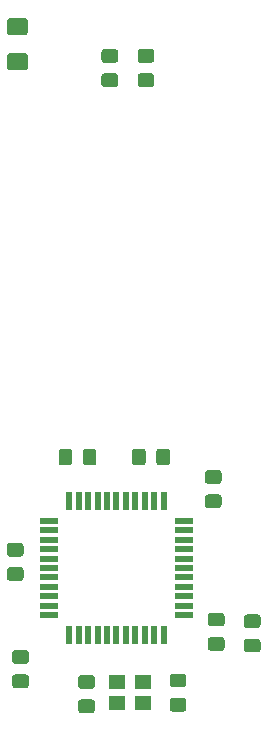
<source format=gbr>
G04 #@! TF.GenerationSoftware,KiCad,Pcbnew,5.1.5*
G04 #@! TF.CreationDate,2020-02-23T20:52:15-06:00*
G04 #@! TF.ProjectId,m'ergo,6d276572-676f-42e6-9b69-6361645f7063,rev?*
G04 #@! TF.SameCoordinates,Original*
G04 #@! TF.FileFunction,Paste,Top*
G04 #@! TF.FilePolarity,Positive*
%FSLAX46Y46*%
G04 Gerber Fmt 4.6, Leading zero omitted, Abs format (unit mm)*
G04 Created by KiCad (PCBNEW 5.1.5) date 2020-02-23 20:52:15*
%MOMM*%
%LPD*%
G04 APERTURE LIST*
%ADD10R,0.550000X1.500000*%
%ADD11R,1.500000X0.550000*%
%ADD12R,1.400000X1.200000*%
%ADD13C,0.100000*%
G04 APERTURE END LIST*
D10*
X135573000Y-84025500D03*
X136373000Y-84025500D03*
X137173000Y-84025500D03*
X137973000Y-84025500D03*
X138773000Y-84025500D03*
X139573000Y-84025500D03*
X140373000Y-84025500D03*
X141173000Y-84025500D03*
X141973000Y-84025500D03*
X142773000Y-84025500D03*
X143573000Y-84025500D03*
D11*
X145273000Y-85725500D03*
X145273000Y-86525500D03*
X145273000Y-87325500D03*
X145273000Y-88125500D03*
X145273000Y-88925500D03*
X145273000Y-89725500D03*
X145273000Y-90525500D03*
X145273000Y-91325500D03*
X145273000Y-92125500D03*
X145273000Y-92925500D03*
X145273000Y-93725500D03*
D10*
X143573000Y-95425500D03*
X142773000Y-95425500D03*
X141973000Y-95425500D03*
X141173000Y-95425500D03*
X140373000Y-95425500D03*
X139573000Y-95425500D03*
X138773000Y-95425500D03*
X137973000Y-95425500D03*
X137173000Y-95425500D03*
X136373000Y-95425500D03*
X135573000Y-95425500D03*
D11*
X133873000Y-93725500D03*
X133873000Y-92925500D03*
X133873000Y-92125500D03*
X133873000Y-91325500D03*
X133873000Y-90525500D03*
X133873000Y-89725500D03*
X133873000Y-88925500D03*
X133873000Y-88125500D03*
X133873000Y-87325500D03*
X133873000Y-86525500D03*
X133873000Y-85725500D03*
D12*
X141816000Y-101116500D03*
X139616000Y-101116500D03*
X139616000Y-99416500D03*
X141816000Y-99416500D03*
D13*
G36*
X148239005Y-83500204D02*
G01*
X148263273Y-83503804D01*
X148287072Y-83509765D01*
X148310171Y-83518030D01*
X148332350Y-83528520D01*
X148353393Y-83541132D01*
X148373099Y-83555747D01*
X148391277Y-83572223D01*
X148407753Y-83590401D01*
X148422368Y-83610107D01*
X148434980Y-83631150D01*
X148445470Y-83653329D01*
X148453735Y-83676428D01*
X148459696Y-83700227D01*
X148463296Y-83724495D01*
X148464500Y-83748999D01*
X148464500Y-84399001D01*
X148463296Y-84423505D01*
X148459696Y-84447773D01*
X148453735Y-84471572D01*
X148445470Y-84494671D01*
X148434980Y-84516850D01*
X148422368Y-84537893D01*
X148407753Y-84557599D01*
X148391277Y-84575777D01*
X148373099Y-84592253D01*
X148353393Y-84606868D01*
X148332350Y-84619480D01*
X148310171Y-84629970D01*
X148287072Y-84638235D01*
X148263273Y-84644196D01*
X148239005Y-84647796D01*
X148214501Y-84649000D01*
X147314499Y-84649000D01*
X147289995Y-84647796D01*
X147265727Y-84644196D01*
X147241928Y-84638235D01*
X147218829Y-84629970D01*
X147196650Y-84619480D01*
X147175607Y-84606868D01*
X147155901Y-84592253D01*
X147137723Y-84575777D01*
X147121247Y-84557599D01*
X147106632Y-84537893D01*
X147094020Y-84516850D01*
X147083530Y-84494671D01*
X147075265Y-84471572D01*
X147069304Y-84447773D01*
X147065704Y-84423505D01*
X147064500Y-84399001D01*
X147064500Y-83748999D01*
X147065704Y-83724495D01*
X147069304Y-83700227D01*
X147075265Y-83676428D01*
X147083530Y-83653329D01*
X147094020Y-83631150D01*
X147106632Y-83610107D01*
X147121247Y-83590401D01*
X147137723Y-83572223D01*
X147155901Y-83555747D01*
X147175607Y-83541132D01*
X147196650Y-83528520D01*
X147218829Y-83518030D01*
X147241928Y-83509765D01*
X147265727Y-83503804D01*
X147289995Y-83500204D01*
X147314499Y-83499000D01*
X148214501Y-83499000D01*
X148239005Y-83500204D01*
G37*
G36*
X148239005Y-81450204D02*
G01*
X148263273Y-81453804D01*
X148287072Y-81459765D01*
X148310171Y-81468030D01*
X148332350Y-81478520D01*
X148353393Y-81491132D01*
X148373099Y-81505747D01*
X148391277Y-81522223D01*
X148407753Y-81540401D01*
X148422368Y-81560107D01*
X148434980Y-81581150D01*
X148445470Y-81603329D01*
X148453735Y-81626428D01*
X148459696Y-81650227D01*
X148463296Y-81674495D01*
X148464500Y-81698999D01*
X148464500Y-82349001D01*
X148463296Y-82373505D01*
X148459696Y-82397773D01*
X148453735Y-82421572D01*
X148445470Y-82444671D01*
X148434980Y-82466850D01*
X148422368Y-82487893D01*
X148407753Y-82507599D01*
X148391277Y-82525777D01*
X148373099Y-82542253D01*
X148353393Y-82556868D01*
X148332350Y-82569480D01*
X148310171Y-82579970D01*
X148287072Y-82588235D01*
X148263273Y-82594196D01*
X148239005Y-82597796D01*
X148214501Y-82599000D01*
X147314499Y-82599000D01*
X147289995Y-82597796D01*
X147265727Y-82594196D01*
X147241928Y-82588235D01*
X147218829Y-82579970D01*
X147196650Y-82569480D01*
X147175607Y-82556868D01*
X147155901Y-82542253D01*
X147137723Y-82525777D01*
X147121247Y-82507599D01*
X147106632Y-82487893D01*
X147094020Y-82466850D01*
X147083530Y-82444671D01*
X147075265Y-82421572D01*
X147069304Y-82397773D01*
X147065704Y-82373505D01*
X147064500Y-82349001D01*
X147064500Y-81698999D01*
X147065704Y-81674495D01*
X147069304Y-81650227D01*
X147075265Y-81626428D01*
X147083530Y-81603329D01*
X147094020Y-81581150D01*
X147106632Y-81560107D01*
X147121247Y-81540401D01*
X147137723Y-81522223D01*
X147155901Y-81505747D01*
X147175607Y-81491132D01*
X147196650Y-81478520D01*
X147218829Y-81468030D01*
X147241928Y-81459765D01*
X147265727Y-81453804D01*
X147289995Y-81450204D01*
X147314499Y-81449000D01*
X148214501Y-81449000D01*
X148239005Y-81450204D01*
G37*
G36*
X131919505Y-96690204D02*
G01*
X131943773Y-96693804D01*
X131967572Y-96699765D01*
X131990671Y-96708030D01*
X132012850Y-96718520D01*
X132033893Y-96731132D01*
X132053599Y-96745747D01*
X132071777Y-96762223D01*
X132088253Y-96780401D01*
X132102868Y-96800107D01*
X132115480Y-96821150D01*
X132125970Y-96843329D01*
X132134235Y-96866428D01*
X132140196Y-96890227D01*
X132143796Y-96914495D01*
X132145000Y-96938999D01*
X132145000Y-97589001D01*
X132143796Y-97613505D01*
X132140196Y-97637773D01*
X132134235Y-97661572D01*
X132125970Y-97684671D01*
X132115480Y-97706850D01*
X132102868Y-97727893D01*
X132088253Y-97747599D01*
X132071777Y-97765777D01*
X132053599Y-97782253D01*
X132033893Y-97796868D01*
X132012850Y-97809480D01*
X131990671Y-97819970D01*
X131967572Y-97828235D01*
X131943773Y-97834196D01*
X131919505Y-97837796D01*
X131895001Y-97839000D01*
X130994999Y-97839000D01*
X130970495Y-97837796D01*
X130946227Y-97834196D01*
X130922428Y-97828235D01*
X130899329Y-97819970D01*
X130877150Y-97809480D01*
X130856107Y-97796868D01*
X130836401Y-97782253D01*
X130818223Y-97765777D01*
X130801747Y-97747599D01*
X130787132Y-97727893D01*
X130774520Y-97706850D01*
X130764030Y-97684671D01*
X130755765Y-97661572D01*
X130749804Y-97637773D01*
X130746204Y-97613505D01*
X130745000Y-97589001D01*
X130745000Y-96938999D01*
X130746204Y-96914495D01*
X130749804Y-96890227D01*
X130755765Y-96866428D01*
X130764030Y-96843329D01*
X130774520Y-96821150D01*
X130787132Y-96800107D01*
X130801747Y-96780401D01*
X130818223Y-96762223D01*
X130836401Y-96745747D01*
X130856107Y-96731132D01*
X130877150Y-96718520D01*
X130899329Y-96708030D01*
X130922428Y-96699765D01*
X130946227Y-96693804D01*
X130970495Y-96690204D01*
X130994999Y-96689000D01*
X131895001Y-96689000D01*
X131919505Y-96690204D01*
G37*
G36*
X131919505Y-98740204D02*
G01*
X131943773Y-98743804D01*
X131967572Y-98749765D01*
X131990671Y-98758030D01*
X132012850Y-98768520D01*
X132033893Y-98781132D01*
X132053599Y-98795747D01*
X132071777Y-98812223D01*
X132088253Y-98830401D01*
X132102868Y-98850107D01*
X132115480Y-98871150D01*
X132125970Y-98893329D01*
X132134235Y-98916428D01*
X132140196Y-98940227D01*
X132143796Y-98964495D01*
X132145000Y-98988999D01*
X132145000Y-99639001D01*
X132143796Y-99663505D01*
X132140196Y-99687773D01*
X132134235Y-99711572D01*
X132125970Y-99734671D01*
X132115480Y-99756850D01*
X132102868Y-99777893D01*
X132088253Y-99797599D01*
X132071777Y-99815777D01*
X132053599Y-99832253D01*
X132033893Y-99846868D01*
X132012850Y-99859480D01*
X131990671Y-99869970D01*
X131967572Y-99878235D01*
X131943773Y-99884196D01*
X131919505Y-99887796D01*
X131895001Y-99889000D01*
X130994999Y-99889000D01*
X130970495Y-99887796D01*
X130946227Y-99884196D01*
X130922428Y-99878235D01*
X130899329Y-99869970D01*
X130877150Y-99859480D01*
X130856107Y-99846868D01*
X130836401Y-99832253D01*
X130818223Y-99815777D01*
X130801747Y-99797599D01*
X130787132Y-99777893D01*
X130774520Y-99756850D01*
X130764030Y-99734671D01*
X130755765Y-99711572D01*
X130749804Y-99687773D01*
X130746204Y-99663505D01*
X130745000Y-99639001D01*
X130745000Y-98988999D01*
X130746204Y-98964495D01*
X130749804Y-98940227D01*
X130755765Y-98916428D01*
X130764030Y-98893329D01*
X130774520Y-98871150D01*
X130787132Y-98850107D01*
X130801747Y-98830401D01*
X130818223Y-98812223D01*
X130836401Y-98795747D01*
X130856107Y-98781132D01*
X130877150Y-98768520D01*
X130899329Y-98758030D01*
X130922428Y-98749765D01*
X130946227Y-98743804D01*
X130970495Y-98740204D01*
X130994999Y-98739000D01*
X131895001Y-98739000D01*
X131919505Y-98740204D01*
G37*
G36*
X142531505Y-45793704D02*
G01*
X142555773Y-45797304D01*
X142579572Y-45803265D01*
X142602671Y-45811530D01*
X142624850Y-45822020D01*
X142645893Y-45834632D01*
X142665599Y-45849247D01*
X142683777Y-45865723D01*
X142700253Y-45883901D01*
X142714868Y-45903607D01*
X142727480Y-45924650D01*
X142737970Y-45946829D01*
X142746235Y-45969928D01*
X142752196Y-45993727D01*
X142755796Y-46017995D01*
X142757000Y-46042499D01*
X142757000Y-46692501D01*
X142755796Y-46717005D01*
X142752196Y-46741273D01*
X142746235Y-46765072D01*
X142737970Y-46788171D01*
X142727480Y-46810350D01*
X142714868Y-46831393D01*
X142700253Y-46851099D01*
X142683777Y-46869277D01*
X142665599Y-46885753D01*
X142645893Y-46900368D01*
X142624850Y-46912980D01*
X142602671Y-46923470D01*
X142579572Y-46931735D01*
X142555773Y-46937696D01*
X142531505Y-46941296D01*
X142507001Y-46942500D01*
X141606999Y-46942500D01*
X141582495Y-46941296D01*
X141558227Y-46937696D01*
X141534428Y-46931735D01*
X141511329Y-46923470D01*
X141489150Y-46912980D01*
X141468107Y-46900368D01*
X141448401Y-46885753D01*
X141430223Y-46869277D01*
X141413747Y-46851099D01*
X141399132Y-46831393D01*
X141386520Y-46810350D01*
X141376030Y-46788171D01*
X141367765Y-46765072D01*
X141361804Y-46741273D01*
X141358204Y-46717005D01*
X141357000Y-46692501D01*
X141357000Y-46042499D01*
X141358204Y-46017995D01*
X141361804Y-45993727D01*
X141367765Y-45969928D01*
X141376030Y-45946829D01*
X141386520Y-45924650D01*
X141399132Y-45903607D01*
X141413747Y-45883901D01*
X141430223Y-45865723D01*
X141448401Y-45849247D01*
X141468107Y-45834632D01*
X141489150Y-45822020D01*
X141511329Y-45811530D01*
X141534428Y-45803265D01*
X141558227Y-45797304D01*
X141582495Y-45793704D01*
X141606999Y-45792500D01*
X142507001Y-45792500D01*
X142531505Y-45793704D01*
G37*
G36*
X142531505Y-47843704D02*
G01*
X142555773Y-47847304D01*
X142579572Y-47853265D01*
X142602671Y-47861530D01*
X142624850Y-47872020D01*
X142645893Y-47884632D01*
X142665599Y-47899247D01*
X142683777Y-47915723D01*
X142700253Y-47933901D01*
X142714868Y-47953607D01*
X142727480Y-47974650D01*
X142737970Y-47996829D01*
X142746235Y-48019928D01*
X142752196Y-48043727D01*
X142755796Y-48067995D01*
X142757000Y-48092499D01*
X142757000Y-48742501D01*
X142755796Y-48767005D01*
X142752196Y-48791273D01*
X142746235Y-48815072D01*
X142737970Y-48838171D01*
X142727480Y-48860350D01*
X142714868Y-48881393D01*
X142700253Y-48901099D01*
X142683777Y-48919277D01*
X142665599Y-48935753D01*
X142645893Y-48950368D01*
X142624850Y-48962980D01*
X142602671Y-48973470D01*
X142579572Y-48981735D01*
X142555773Y-48987696D01*
X142531505Y-48991296D01*
X142507001Y-48992500D01*
X141606999Y-48992500D01*
X141582495Y-48991296D01*
X141558227Y-48987696D01*
X141534428Y-48981735D01*
X141511329Y-48973470D01*
X141489150Y-48962980D01*
X141468107Y-48950368D01*
X141448401Y-48935753D01*
X141430223Y-48919277D01*
X141413747Y-48901099D01*
X141399132Y-48881393D01*
X141386520Y-48860350D01*
X141376030Y-48838171D01*
X141367765Y-48815072D01*
X141361804Y-48791273D01*
X141358204Y-48767005D01*
X141357000Y-48742501D01*
X141357000Y-48092499D01*
X141358204Y-48067995D01*
X141361804Y-48043727D01*
X141367765Y-48019928D01*
X141376030Y-47996829D01*
X141386520Y-47974650D01*
X141399132Y-47953607D01*
X141413747Y-47933901D01*
X141430223Y-47915723D01*
X141448401Y-47899247D01*
X141468107Y-47884632D01*
X141489150Y-47872020D01*
X141511329Y-47861530D01*
X141534428Y-47853265D01*
X141558227Y-47847304D01*
X141582495Y-47843704D01*
X141606999Y-47842500D01*
X142507001Y-47842500D01*
X142531505Y-47843704D01*
G37*
G36*
X139476505Y-45793704D02*
G01*
X139500773Y-45797304D01*
X139524572Y-45803265D01*
X139547671Y-45811530D01*
X139569850Y-45822020D01*
X139590893Y-45834632D01*
X139610599Y-45849247D01*
X139628777Y-45865723D01*
X139645253Y-45883901D01*
X139659868Y-45903607D01*
X139672480Y-45924650D01*
X139682970Y-45946829D01*
X139691235Y-45969928D01*
X139697196Y-45993727D01*
X139700796Y-46017995D01*
X139702000Y-46042499D01*
X139702000Y-46692501D01*
X139700796Y-46717005D01*
X139697196Y-46741273D01*
X139691235Y-46765072D01*
X139682970Y-46788171D01*
X139672480Y-46810350D01*
X139659868Y-46831393D01*
X139645253Y-46851099D01*
X139628777Y-46869277D01*
X139610599Y-46885753D01*
X139590893Y-46900368D01*
X139569850Y-46912980D01*
X139547671Y-46923470D01*
X139524572Y-46931735D01*
X139500773Y-46937696D01*
X139476505Y-46941296D01*
X139452001Y-46942500D01*
X138551999Y-46942500D01*
X138527495Y-46941296D01*
X138503227Y-46937696D01*
X138479428Y-46931735D01*
X138456329Y-46923470D01*
X138434150Y-46912980D01*
X138413107Y-46900368D01*
X138393401Y-46885753D01*
X138375223Y-46869277D01*
X138358747Y-46851099D01*
X138344132Y-46831393D01*
X138331520Y-46810350D01*
X138321030Y-46788171D01*
X138312765Y-46765072D01*
X138306804Y-46741273D01*
X138303204Y-46717005D01*
X138302000Y-46692501D01*
X138302000Y-46042499D01*
X138303204Y-46017995D01*
X138306804Y-45993727D01*
X138312765Y-45969928D01*
X138321030Y-45946829D01*
X138331520Y-45924650D01*
X138344132Y-45903607D01*
X138358747Y-45883901D01*
X138375223Y-45865723D01*
X138393401Y-45849247D01*
X138413107Y-45834632D01*
X138434150Y-45822020D01*
X138456329Y-45811530D01*
X138479428Y-45803265D01*
X138503227Y-45797304D01*
X138527495Y-45793704D01*
X138551999Y-45792500D01*
X139452001Y-45792500D01*
X139476505Y-45793704D01*
G37*
G36*
X139476505Y-47843704D02*
G01*
X139500773Y-47847304D01*
X139524572Y-47853265D01*
X139547671Y-47861530D01*
X139569850Y-47872020D01*
X139590893Y-47884632D01*
X139610599Y-47899247D01*
X139628777Y-47915723D01*
X139645253Y-47933901D01*
X139659868Y-47953607D01*
X139672480Y-47974650D01*
X139682970Y-47996829D01*
X139691235Y-48019928D01*
X139697196Y-48043727D01*
X139700796Y-48067995D01*
X139702000Y-48092499D01*
X139702000Y-48742501D01*
X139700796Y-48767005D01*
X139697196Y-48791273D01*
X139691235Y-48815072D01*
X139682970Y-48838171D01*
X139672480Y-48860350D01*
X139659868Y-48881393D01*
X139645253Y-48901099D01*
X139628777Y-48919277D01*
X139610599Y-48935753D01*
X139590893Y-48950368D01*
X139569850Y-48962980D01*
X139547671Y-48973470D01*
X139524572Y-48981735D01*
X139500773Y-48987696D01*
X139476505Y-48991296D01*
X139452001Y-48992500D01*
X138551999Y-48992500D01*
X138527495Y-48991296D01*
X138503227Y-48987696D01*
X138479428Y-48981735D01*
X138456329Y-48973470D01*
X138434150Y-48962980D01*
X138413107Y-48950368D01*
X138393401Y-48935753D01*
X138375223Y-48919277D01*
X138358747Y-48901099D01*
X138344132Y-48881393D01*
X138331520Y-48860350D01*
X138321030Y-48838171D01*
X138312765Y-48815072D01*
X138306804Y-48791273D01*
X138303204Y-48767005D01*
X138302000Y-48742501D01*
X138302000Y-48092499D01*
X138303204Y-48067995D01*
X138306804Y-48043727D01*
X138312765Y-48019928D01*
X138321030Y-47996829D01*
X138331520Y-47974650D01*
X138344132Y-47953607D01*
X138358747Y-47933901D01*
X138375223Y-47915723D01*
X138393401Y-47899247D01*
X138413107Y-47884632D01*
X138434150Y-47872020D01*
X138456329Y-47861530D01*
X138479428Y-47853265D01*
X138503227Y-47847304D01*
X138527495Y-47843704D01*
X138551999Y-47842500D01*
X139452001Y-47842500D01*
X139476505Y-47843704D01*
G37*
G36*
X131840504Y-43176704D02*
G01*
X131864773Y-43180304D01*
X131888571Y-43186265D01*
X131911671Y-43194530D01*
X131933849Y-43205020D01*
X131954893Y-43217633D01*
X131974598Y-43232247D01*
X131992777Y-43248723D01*
X132009253Y-43266902D01*
X132023867Y-43286607D01*
X132036480Y-43307651D01*
X132046970Y-43329829D01*
X132055235Y-43352929D01*
X132061196Y-43376727D01*
X132064796Y-43400996D01*
X132066000Y-43425500D01*
X132066000Y-44350500D01*
X132064796Y-44375004D01*
X132061196Y-44399273D01*
X132055235Y-44423071D01*
X132046970Y-44446171D01*
X132036480Y-44468349D01*
X132023867Y-44489393D01*
X132009253Y-44509098D01*
X131992777Y-44527277D01*
X131974598Y-44543753D01*
X131954893Y-44558367D01*
X131933849Y-44570980D01*
X131911671Y-44581470D01*
X131888571Y-44589735D01*
X131864773Y-44595696D01*
X131840504Y-44599296D01*
X131816000Y-44600500D01*
X130566000Y-44600500D01*
X130541496Y-44599296D01*
X130517227Y-44595696D01*
X130493429Y-44589735D01*
X130470329Y-44581470D01*
X130448151Y-44570980D01*
X130427107Y-44558367D01*
X130407402Y-44543753D01*
X130389223Y-44527277D01*
X130372747Y-44509098D01*
X130358133Y-44489393D01*
X130345520Y-44468349D01*
X130335030Y-44446171D01*
X130326765Y-44423071D01*
X130320804Y-44399273D01*
X130317204Y-44375004D01*
X130316000Y-44350500D01*
X130316000Y-43425500D01*
X130317204Y-43400996D01*
X130320804Y-43376727D01*
X130326765Y-43352929D01*
X130335030Y-43329829D01*
X130345520Y-43307651D01*
X130358133Y-43286607D01*
X130372747Y-43266902D01*
X130389223Y-43248723D01*
X130407402Y-43232247D01*
X130427107Y-43217633D01*
X130448151Y-43205020D01*
X130470329Y-43194530D01*
X130493429Y-43186265D01*
X130517227Y-43180304D01*
X130541496Y-43176704D01*
X130566000Y-43175500D01*
X131816000Y-43175500D01*
X131840504Y-43176704D01*
G37*
G36*
X131840504Y-46151704D02*
G01*
X131864773Y-46155304D01*
X131888571Y-46161265D01*
X131911671Y-46169530D01*
X131933849Y-46180020D01*
X131954893Y-46192633D01*
X131974598Y-46207247D01*
X131992777Y-46223723D01*
X132009253Y-46241902D01*
X132023867Y-46261607D01*
X132036480Y-46282651D01*
X132046970Y-46304829D01*
X132055235Y-46327929D01*
X132061196Y-46351727D01*
X132064796Y-46375996D01*
X132066000Y-46400500D01*
X132066000Y-47325500D01*
X132064796Y-47350004D01*
X132061196Y-47374273D01*
X132055235Y-47398071D01*
X132046970Y-47421171D01*
X132036480Y-47443349D01*
X132023867Y-47464393D01*
X132009253Y-47484098D01*
X131992777Y-47502277D01*
X131974598Y-47518753D01*
X131954893Y-47533367D01*
X131933849Y-47545980D01*
X131911671Y-47556470D01*
X131888571Y-47564735D01*
X131864773Y-47570696D01*
X131840504Y-47574296D01*
X131816000Y-47575500D01*
X130566000Y-47575500D01*
X130541496Y-47574296D01*
X130517227Y-47570696D01*
X130493429Y-47564735D01*
X130470329Y-47556470D01*
X130448151Y-47545980D01*
X130427107Y-47533367D01*
X130407402Y-47518753D01*
X130389223Y-47502277D01*
X130372747Y-47484098D01*
X130358133Y-47464393D01*
X130345520Y-47443349D01*
X130335030Y-47421171D01*
X130326765Y-47398071D01*
X130320804Y-47374273D01*
X130317204Y-47350004D01*
X130316000Y-47325500D01*
X130316000Y-46400500D01*
X130317204Y-46375996D01*
X130320804Y-46351727D01*
X130326765Y-46327929D01*
X130335030Y-46304829D01*
X130345520Y-46282651D01*
X130358133Y-46261607D01*
X130372747Y-46241902D01*
X130389223Y-46223723D01*
X130407402Y-46207247D01*
X130427107Y-46192633D01*
X130448151Y-46180020D01*
X130470329Y-46169530D01*
X130493429Y-46161265D01*
X130517227Y-46155304D01*
X130541496Y-46151704D01*
X130566000Y-46150500D01*
X131816000Y-46150500D01*
X131840504Y-46151704D01*
G37*
G36*
X148493005Y-95574204D02*
G01*
X148517273Y-95577804D01*
X148541072Y-95583765D01*
X148564171Y-95592030D01*
X148586350Y-95602520D01*
X148607393Y-95615132D01*
X148627099Y-95629747D01*
X148645277Y-95646223D01*
X148661753Y-95664401D01*
X148676368Y-95684107D01*
X148688980Y-95705150D01*
X148699470Y-95727329D01*
X148707735Y-95750428D01*
X148713696Y-95774227D01*
X148717296Y-95798495D01*
X148718500Y-95822999D01*
X148718500Y-96473001D01*
X148717296Y-96497505D01*
X148713696Y-96521773D01*
X148707735Y-96545572D01*
X148699470Y-96568671D01*
X148688980Y-96590850D01*
X148676368Y-96611893D01*
X148661753Y-96631599D01*
X148645277Y-96649777D01*
X148627099Y-96666253D01*
X148607393Y-96680868D01*
X148586350Y-96693480D01*
X148564171Y-96703970D01*
X148541072Y-96712235D01*
X148517273Y-96718196D01*
X148493005Y-96721796D01*
X148468501Y-96723000D01*
X147568499Y-96723000D01*
X147543995Y-96721796D01*
X147519727Y-96718196D01*
X147495928Y-96712235D01*
X147472829Y-96703970D01*
X147450650Y-96693480D01*
X147429607Y-96680868D01*
X147409901Y-96666253D01*
X147391723Y-96649777D01*
X147375247Y-96631599D01*
X147360632Y-96611893D01*
X147348020Y-96590850D01*
X147337530Y-96568671D01*
X147329265Y-96545572D01*
X147323304Y-96521773D01*
X147319704Y-96497505D01*
X147318500Y-96473001D01*
X147318500Y-95822999D01*
X147319704Y-95798495D01*
X147323304Y-95774227D01*
X147329265Y-95750428D01*
X147337530Y-95727329D01*
X147348020Y-95705150D01*
X147360632Y-95684107D01*
X147375247Y-95664401D01*
X147391723Y-95646223D01*
X147409901Y-95629747D01*
X147429607Y-95615132D01*
X147450650Y-95602520D01*
X147472829Y-95592030D01*
X147495928Y-95583765D01*
X147519727Y-95577804D01*
X147543995Y-95574204D01*
X147568499Y-95573000D01*
X148468501Y-95573000D01*
X148493005Y-95574204D01*
G37*
G36*
X148493005Y-93524204D02*
G01*
X148517273Y-93527804D01*
X148541072Y-93533765D01*
X148564171Y-93542030D01*
X148586350Y-93552520D01*
X148607393Y-93565132D01*
X148627099Y-93579747D01*
X148645277Y-93596223D01*
X148661753Y-93614401D01*
X148676368Y-93634107D01*
X148688980Y-93655150D01*
X148699470Y-93677329D01*
X148707735Y-93700428D01*
X148713696Y-93724227D01*
X148717296Y-93748495D01*
X148718500Y-93772999D01*
X148718500Y-94423001D01*
X148717296Y-94447505D01*
X148713696Y-94471773D01*
X148707735Y-94495572D01*
X148699470Y-94518671D01*
X148688980Y-94540850D01*
X148676368Y-94561893D01*
X148661753Y-94581599D01*
X148645277Y-94599777D01*
X148627099Y-94616253D01*
X148607393Y-94630868D01*
X148586350Y-94643480D01*
X148564171Y-94653970D01*
X148541072Y-94662235D01*
X148517273Y-94668196D01*
X148493005Y-94671796D01*
X148468501Y-94673000D01*
X147568499Y-94673000D01*
X147543995Y-94671796D01*
X147519727Y-94668196D01*
X147495928Y-94662235D01*
X147472829Y-94653970D01*
X147450650Y-94643480D01*
X147429607Y-94630868D01*
X147409901Y-94616253D01*
X147391723Y-94599777D01*
X147375247Y-94581599D01*
X147360632Y-94561893D01*
X147348020Y-94540850D01*
X147337530Y-94518671D01*
X147329265Y-94495572D01*
X147323304Y-94471773D01*
X147319704Y-94447505D01*
X147318500Y-94423001D01*
X147318500Y-93772999D01*
X147319704Y-93748495D01*
X147323304Y-93724227D01*
X147329265Y-93700428D01*
X147337530Y-93677329D01*
X147348020Y-93655150D01*
X147360632Y-93634107D01*
X147375247Y-93614401D01*
X147391723Y-93596223D01*
X147409901Y-93579747D01*
X147429607Y-93565132D01*
X147450650Y-93552520D01*
X147472829Y-93542030D01*
X147495928Y-93533765D01*
X147519727Y-93527804D01*
X147543995Y-93524204D01*
X147568499Y-93523000D01*
X148468501Y-93523000D01*
X148493005Y-93524204D01*
G37*
G36*
X137645505Y-79628704D02*
G01*
X137669773Y-79632304D01*
X137693572Y-79638265D01*
X137716671Y-79646530D01*
X137738850Y-79657020D01*
X137759893Y-79669632D01*
X137779599Y-79684247D01*
X137797777Y-79700723D01*
X137814253Y-79718901D01*
X137828868Y-79738607D01*
X137841480Y-79759650D01*
X137851970Y-79781829D01*
X137860235Y-79804928D01*
X137866196Y-79828727D01*
X137869796Y-79852995D01*
X137871000Y-79877499D01*
X137871000Y-80777501D01*
X137869796Y-80802005D01*
X137866196Y-80826273D01*
X137860235Y-80850072D01*
X137851970Y-80873171D01*
X137841480Y-80895350D01*
X137828868Y-80916393D01*
X137814253Y-80936099D01*
X137797777Y-80954277D01*
X137779599Y-80970753D01*
X137759893Y-80985368D01*
X137738850Y-80997980D01*
X137716671Y-81008470D01*
X137693572Y-81016735D01*
X137669773Y-81022696D01*
X137645505Y-81026296D01*
X137621001Y-81027500D01*
X136970999Y-81027500D01*
X136946495Y-81026296D01*
X136922227Y-81022696D01*
X136898428Y-81016735D01*
X136875329Y-81008470D01*
X136853150Y-80997980D01*
X136832107Y-80985368D01*
X136812401Y-80970753D01*
X136794223Y-80954277D01*
X136777747Y-80936099D01*
X136763132Y-80916393D01*
X136750520Y-80895350D01*
X136740030Y-80873171D01*
X136731765Y-80850072D01*
X136725804Y-80826273D01*
X136722204Y-80802005D01*
X136721000Y-80777501D01*
X136721000Y-79877499D01*
X136722204Y-79852995D01*
X136725804Y-79828727D01*
X136731765Y-79804928D01*
X136740030Y-79781829D01*
X136750520Y-79759650D01*
X136763132Y-79738607D01*
X136777747Y-79718901D01*
X136794223Y-79700723D01*
X136812401Y-79684247D01*
X136832107Y-79669632D01*
X136853150Y-79657020D01*
X136875329Y-79646530D01*
X136898428Y-79638265D01*
X136922227Y-79632304D01*
X136946495Y-79628704D01*
X136970999Y-79627500D01*
X137621001Y-79627500D01*
X137645505Y-79628704D01*
G37*
G36*
X135595505Y-79628704D02*
G01*
X135619773Y-79632304D01*
X135643572Y-79638265D01*
X135666671Y-79646530D01*
X135688850Y-79657020D01*
X135709893Y-79669632D01*
X135729599Y-79684247D01*
X135747777Y-79700723D01*
X135764253Y-79718901D01*
X135778868Y-79738607D01*
X135791480Y-79759650D01*
X135801970Y-79781829D01*
X135810235Y-79804928D01*
X135816196Y-79828727D01*
X135819796Y-79852995D01*
X135821000Y-79877499D01*
X135821000Y-80777501D01*
X135819796Y-80802005D01*
X135816196Y-80826273D01*
X135810235Y-80850072D01*
X135801970Y-80873171D01*
X135791480Y-80895350D01*
X135778868Y-80916393D01*
X135764253Y-80936099D01*
X135747777Y-80954277D01*
X135729599Y-80970753D01*
X135709893Y-80985368D01*
X135688850Y-80997980D01*
X135666671Y-81008470D01*
X135643572Y-81016735D01*
X135619773Y-81022696D01*
X135595505Y-81026296D01*
X135571001Y-81027500D01*
X134920999Y-81027500D01*
X134896495Y-81026296D01*
X134872227Y-81022696D01*
X134848428Y-81016735D01*
X134825329Y-81008470D01*
X134803150Y-80997980D01*
X134782107Y-80985368D01*
X134762401Y-80970753D01*
X134744223Y-80954277D01*
X134727747Y-80936099D01*
X134713132Y-80916393D01*
X134700520Y-80895350D01*
X134690030Y-80873171D01*
X134681765Y-80850072D01*
X134675804Y-80826273D01*
X134672204Y-80802005D01*
X134671000Y-80777501D01*
X134671000Y-79877499D01*
X134672204Y-79852995D01*
X134675804Y-79828727D01*
X134681765Y-79804928D01*
X134690030Y-79781829D01*
X134700520Y-79759650D01*
X134713132Y-79738607D01*
X134727747Y-79718901D01*
X134744223Y-79700723D01*
X134762401Y-79684247D01*
X134782107Y-79669632D01*
X134803150Y-79657020D01*
X134825329Y-79646530D01*
X134848428Y-79638265D01*
X134872227Y-79632304D01*
X134896495Y-79628704D01*
X134920999Y-79627500D01*
X135571001Y-79627500D01*
X135595505Y-79628704D01*
G37*
G36*
X151541005Y-95710204D02*
G01*
X151565273Y-95713804D01*
X151589072Y-95719765D01*
X151612171Y-95728030D01*
X151634350Y-95738520D01*
X151655393Y-95751132D01*
X151675099Y-95765747D01*
X151693277Y-95782223D01*
X151709753Y-95800401D01*
X151724368Y-95820107D01*
X151736980Y-95841150D01*
X151747470Y-95863329D01*
X151755735Y-95886428D01*
X151761696Y-95910227D01*
X151765296Y-95934495D01*
X151766500Y-95958999D01*
X151766500Y-96609001D01*
X151765296Y-96633505D01*
X151761696Y-96657773D01*
X151755735Y-96681572D01*
X151747470Y-96704671D01*
X151736980Y-96726850D01*
X151724368Y-96747893D01*
X151709753Y-96767599D01*
X151693277Y-96785777D01*
X151675099Y-96802253D01*
X151655393Y-96816868D01*
X151634350Y-96829480D01*
X151612171Y-96839970D01*
X151589072Y-96848235D01*
X151565273Y-96854196D01*
X151541005Y-96857796D01*
X151516501Y-96859000D01*
X150616499Y-96859000D01*
X150591995Y-96857796D01*
X150567727Y-96854196D01*
X150543928Y-96848235D01*
X150520829Y-96839970D01*
X150498650Y-96829480D01*
X150477607Y-96816868D01*
X150457901Y-96802253D01*
X150439723Y-96785777D01*
X150423247Y-96767599D01*
X150408632Y-96747893D01*
X150396020Y-96726850D01*
X150385530Y-96704671D01*
X150377265Y-96681572D01*
X150371304Y-96657773D01*
X150367704Y-96633505D01*
X150366500Y-96609001D01*
X150366500Y-95958999D01*
X150367704Y-95934495D01*
X150371304Y-95910227D01*
X150377265Y-95886428D01*
X150385530Y-95863329D01*
X150396020Y-95841150D01*
X150408632Y-95820107D01*
X150423247Y-95800401D01*
X150439723Y-95782223D01*
X150457901Y-95765747D01*
X150477607Y-95751132D01*
X150498650Y-95738520D01*
X150520829Y-95728030D01*
X150543928Y-95719765D01*
X150567727Y-95713804D01*
X150591995Y-95710204D01*
X150616499Y-95709000D01*
X151516501Y-95709000D01*
X151541005Y-95710204D01*
G37*
G36*
X151541005Y-93660204D02*
G01*
X151565273Y-93663804D01*
X151589072Y-93669765D01*
X151612171Y-93678030D01*
X151634350Y-93688520D01*
X151655393Y-93701132D01*
X151675099Y-93715747D01*
X151693277Y-93732223D01*
X151709753Y-93750401D01*
X151724368Y-93770107D01*
X151736980Y-93791150D01*
X151747470Y-93813329D01*
X151755735Y-93836428D01*
X151761696Y-93860227D01*
X151765296Y-93884495D01*
X151766500Y-93908999D01*
X151766500Y-94559001D01*
X151765296Y-94583505D01*
X151761696Y-94607773D01*
X151755735Y-94631572D01*
X151747470Y-94654671D01*
X151736980Y-94676850D01*
X151724368Y-94697893D01*
X151709753Y-94717599D01*
X151693277Y-94735777D01*
X151675099Y-94752253D01*
X151655393Y-94766868D01*
X151634350Y-94779480D01*
X151612171Y-94789970D01*
X151589072Y-94798235D01*
X151565273Y-94804196D01*
X151541005Y-94807796D01*
X151516501Y-94809000D01*
X150616499Y-94809000D01*
X150591995Y-94807796D01*
X150567727Y-94804196D01*
X150543928Y-94798235D01*
X150520829Y-94789970D01*
X150498650Y-94779480D01*
X150477607Y-94766868D01*
X150457901Y-94752253D01*
X150439723Y-94735777D01*
X150423247Y-94717599D01*
X150408632Y-94697893D01*
X150396020Y-94676850D01*
X150385530Y-94654671D01*
X150377265Y-94631572D01*
X150371304Y-94607773D01*
X150367704Y-94583505D01*
X150366500Y-94559001D01*
X150366500Y-93908999D01*
X150367704Y-93884495D01*
X150371304Y-93860227D01*
X150377265Y-93836428D01*
X150385530Y-93813329D01*
X150396020Y-93791150D01*
X150408632Y-93770107D01*
X150423247Y-93750401D01*
X150439723Y-93732223D01*
X150457901Y-93715747D01*
X150477607Y-93701132D01*
X150498650Y-93688520D01*
X150520829Y-93678030D01*
X150543928Y-93669765D01*
X150567727Y-93663804D01*
X150591995Y-93660204D01*
X150616499Y-93659000D01*
X151516501Y-93659000D01*
X151541005Y-93660204D01*
G37*
G36*
X141818505Y-79628704D02*
G01*
X141842773Y-79632304D01*
X141866572Y-79638265D01*
X141889671Y-79646530D01*
X141911850Y-79657020D01*
X141932893Y-79669632D01*
X141952599Y-79684247D01*
X141970777Y-79700723D01*
X141987253Y-79718901D01*
X142001868Y-79738607D01*
X142014480Y-79759650D01*
X142024970Y-79781829D01*
X142033235Y-79804928D01*
X142039196Y-79828727D01*
X142042796Y-79852995D01*
X142044000Y-79877499D01*
X142044000Y-80777501D01*
X142042796Y-80802005D01*
X142039196Y-80826273D01*
X142033235Y-80850072D01*
X142024970Y-80873171D01*
X142014480Y-80895350D01*
X142001868Y-80916393D01*
X141987253Y-80936099D01*
X141970777Y-80954277D01*
X141952599Y-80970753D01*
X141932893Y-80985368D01*
X141911850Y-80997980D01*
X141889671Y-81008470D01*
X141866572Y-81016735D01*
X141842773Y-81022696D01*
X141818505Y-81026296D01*
X141794001Y-81027500D01*
X141143999Y-81027500D01*
X141119495Y-81026296D01*
X141095227Y-81022696D01*
X141071428Y-81016735D01*
X141048329Y-81008470D01*
X141026150Y-80997980D01*
X141005107Y-80985368D01*
X140985401Y-80970753D01*
X140967223Y-80954277D01*
X140950747Y-80936099D01*
X140936132Y-80916393D01*
X140923520Y-80895350D01*
X140913030Y-80873171D01*
X140904765Y-80850072D01*
X140898804Y-80826273D01*
X140895204Y-80802005D01*
X140894000Y-80777501D01*
X140894000Y-79877499D01*
X140895204Y-79852995D01*
X140898804Y-79828727D01*
X140904765Y-79804928D01*
X140913030Y-79781829D01*
X140923520Y-79759650D01*
X140936132Y-79738607D01*
X140950747Y-79718901D01*
X140967223Y-79700723D01*
X140985401Y-79684247D01*
X141005107Y-79669632D01*
X141026150Y-79657020D01*
X141048329Y-79646530D01*
X141071428Y-79638265D01*
X141095227Y-79632304D01*
X141119495Y-79628704D01*
X141143999Y-79627500D01*
X141794001Y-79627500D01*
X141818505Y-79628704D01*
G37*
G36*
X143868505Y-79628704D02*
G01*
X143892773Y-79632304D01*
X143916572Y-79638265D01*
X143939671Y-79646530D01*
X143961850Y-79657020D01*
X143982893Y-79669632D01*
X144002599Y-79684247D01*
X144020777Y-79700723D01*
X144037253Y-79718901D01*
X144051868Y-79738607D01*
X144064480Y-79759650D01*
X144074970Y-79781829D01*
X144083235Y-79804928D01*
X144089196Y-79828727D01*
X144092796Y-79852995D01*
X144094000Y-79877499D01*
X144094000Y-80777501D01*
X144092796Y-80802005D01*
X144089196Y-80826273D01*
X144083235Y-80850072D01*
X144074970Y-80873171D01*
X144064480Y-80895350D01*
X144051868Y-80916393D01*
X144037253Y-80936099D01*
X144020777Y-80954277D01*
X144002599Y-80970753D01*
X143982893Y-80985368D01*
X143961850Y-80997980D01*
X143939671Y-81008470D01*
X143916572Y-81016735D01*
X143892773Y-81022696D01*
X143868505Y-81026296D01*
X143844001Y-81027500D01*
X143193999Y-81027500D01*
X143169495Y-81026296D01*
X143145227Y-81022696D01*
X143121428Y-81016735D01*
X143098329Y-81008470D01*
X143076150Y-80997980D01*
X143055107Y-80985368D01*
X143035401Y-80970753D01*
X143017223Y-80954277D01*
X143000747Y-80936099D01*
X142986132Y-80916393D01*
X142973520Y-80895350D01*
X142963030Y-80873171D01*
X142954765Y-80850072D01*
X142948804Y-80826273D01*
X142945204Y-80802005D01*
X142944000Y-80777501D01*
X142944000Y-79877499D01*
X142945204Y-79852995D01*
X142948804Y-79828727D01*
X142954765Y-79804928D01*
X142963030Y-79781829D01*
X142973520Y-79759650D01*
X142986132Y-79738607D01*
X143000747Y-79718901D01*
X143017223Y-79700723D01*
X143035401Y-79684247D01*
X143055107Y-79669632D01*
X143076150Y-79657020D01*
X143098329Y-79646530D01*
X143121428Y-79638265D01*
X143145227Y-79632304D01*
X143169495Y-79628704D01*
X143193999Y-79627500D01*
X143844001Y-79627500D01*
X143868505Y-79628704D01*
G37*
G36*
X131475005Y-87609704D02*
G01*
X131499273Y-87613304D01*
X131523072Y-87619265D01*
X131546171Y-87627530D01*
X131568350Y-87638020D01*
X131589393Y-87650632D01*
X131609099Y-87665247D01*
X131627277Y-87681723D01*
X131643753Y-87699901D01*
X131658368Y-87719607D01*
X131670980Y-87740650D01*
X131681470Y-87762829D01*
X131689735Y-87785928D01*
X131695696Y-87809727D01*
X131699296Y-87833995D01*
X131700500Y-87858499D01*
X131700500Y-88508501D01*
X131699296Y-88533005D01*
X131695696Y-88557273D01*
X131689735Y-88581072D01*
X131681470Y-88604171D01*
X131670980Y-88626350D01*
X131658368Y-88647393D01*
X131643753Y-88667099D01*
X131627277Y-88685277D01*
X131609099Y-88701753D01*
X131589393Y-88716368D01*
X131568350Y-88728980D01*
X131546171Y-88739470D01*
X131523072Y-88747735D01*
X131499273Y-88753696D01*
X131475005Y-88757296D01*
X131450501Y-88758500D01*
X130550499Y-88758500D01*
X130525995Y-88757296D01*
X130501727Y-88753696D01*
X130477928Y-88747735D01*
X130454829Y-88739470D01*
X130432650Y-88728980D01*
X130411607Y-88716368D01*
X130391901Y-88701753D01*
X130373723Y-88685277D01*
X130357247Y-88667099D01*
X130342632Y-88647393D01*
X130330020Y-88626350D01*
X130319530Y-88604171D01*
X130311265Y-88581072D01*
X130305304Y-88557273D01*
X130301704Y-88533005D01*
X130300500Y-88508501D01*
X130300500Y-87858499D01*
X130301704Y-87833995D01*
X130305304Y-87809727D01*
X130311265Y-87785928D01*
X130319530Y-87762829D01*
X130330020Y-87740650D01*
X130342632Y-87719607D01*
X130357247Y-87699901D01*
X130373723Y-87681723D01*
X130391901Y-87665247D01*
X130411607Y-87650632D01*
X130432650Y-87638020D01*
X130454829Y-87627530D01*
X130477928Y-87619265D01*
X130501727Y-87613304D01*
X130525995Y-87609704D01*
X130550499Y-87608500D01*
X131450501Y-87608500D01*
X131475005Y-87609704D01*
G37*
G36*
X131475005Y-89659704D02*
G01*
X131499273Y-89663304D01*
X131523072Y-89669265D01*
X131546171Y-89677530D01*
X131568350Y-89688020D01*
X131589393Y-89700632D01*
X131609099Y-89715247D01*
X131627277Y-89731723D01*
X131643753Y-89749901D01*
X131658368Y-89769607D01*
X131670980Y-89790650D01*
X131681470Y-89812829D01*
X131689735Y-89835928D01*
X131695696Y-89859727D01*
X131699296Y-89883995D01*
X131700500Y-89908499D01*
X131700500Y-90558501D01*
X131699296Y-90583005D01*
X131695696Y-90607273D01*
X131689735Y-90631072D01*
X131681470Y-90654171D01*
X131670980Y-90676350D01*
X131658368Y-90697393D01*
X131643753Y-90717099D01*
X131627277Y-90735277D01*
X131609099Y-90751753D01*
X131589393Y-90766368D01*
X131568350Y-90778980D01*
X131546171Y-90789470D01*
X131523072Y-90797735D01*
X131499273Y-90803696D01*
X131475005Y-90807296D01*
X131450501Y-90808500D01*
X130550499Y-90808500D01*
X130525995Y-90807296D01*
X130501727Y-90803696D01*
X130477928Y-90797735D01*
X130454829Y-90789470D01*
X130432650Y-90778980D01*
X130411607Y-90766368D01*
X130391901Y-90751753D01*
X130373723Y-90735277D01*
X130357247Y-90717099D01*
X130342632Y-90697393D01*
X130330020Y-90676350D01*
X130319530Y-90654171D01*
X130311265Y-90631072D01*
X130305304Y-90607273D01*
X130301704Y-90583005D01*
X130300500Y-90558501D01*
X130300500Y-89908499D01*
X130301704Y-89883995D01*
X130305304Y-89859727D01*
X130311265Y-89835928D01*
X130319530Y-89812829D01*
X130330020Y-89790650D01*
X130342632Y-89769607D01*
X130357247Y-89749901D01*
X130373723Y-89731723D01*
X130391901Y-89715247D01*
X130411607Y-89700632D01*
X130432650Y-89688020D01*
X130454829Y-89677530D01*
X130477928Y-89669265D01*
X130501727Y-89663304D01*
X130525995Y-89659704D01*
X130550499Y-89658500D01*
X131450501Y-89658500D01*
X131475005Y-89659704D01*
G37*
G36*
X137507505Y-98803704D02*
G01*
X137531773Y-98807304D01*
X137555572Y-98813265D01*
X137578671Y-98821530D01*
X137600850Y-98832020D01*
X137621893Y-98844632D01*
X137641599Y-98859247D01*
X137659777Y-98875723D01*
X137676253Y-98893901D01*
X137690868Y-98913607D01*
X137703480Y-98934650D01*
X137713970Y-98956829D01*
X137722235Y-98979928D01*
X137728196Y-99003727D01*
X137731796Y-99027995D01*
X137733000Y-99052499D01*
X137733000Y-99702501D01*
X137731796Y-99727005D01*
X137728196Y-99751273D01*
X137722235Y-99775072D01*
X137713970Y-99798171D01*
X137703480Y-99820350D01*
X137690868Y-99841393D01*
X137676253Y-99861099D01*
X137659777Y-99879277D01*
X137641599Y-99895753D01*
X137621893Y-99910368D01*
X137600850Y-99922980D01*
X137578671Y-99933470D01*
X137555572Y-99941735D01*
X137531773Y-99947696D01*
X137507505Y-99951296D01*
X137483001Y-99952500D01*
X136582999Y-99952500D01*
X136558495Y-99951296D01*
X136534227Y-99947696D01*
X136510428Y-99941735D01*
X136487329Y-99933470D01*
X136465150Y-99922980D01*
X136444107Y-99910368D01*
X136424401Y-99895753D01*
X136406223Y-99879277D01*
X136389747Y-99861099D01*
X136375132Y-99841393D01*
X136362520Y-99820350D01*
X136352030Y-99798171D01*
X136343765Y-99775072D01*
X136337804Y-99751273D01*
X136334204Y-99727005D01*
X136333000Y-99702501D01*
X136333000Y-99052499D01*
X136334204Y-99027995D01*
X136337804Y-99003727D01*
X136343765Y-98979928D01*
X136352030Y-98956829D01*
X136362520Y-98934650D01*
X136375132Y-98913607D01*
X136389747Y-98893901D01*
X136406223Y-98875723D01*
X136424401Y-98859247D01*
X136444107Y-98844632D01*
X136465150Y-98832020D01*
X136487329Y-98821530D01*
X136510428Y-98813265D01*
X136534227Y-98807304D01*
X136558495Y-98803704D01*
X136582999Y-98802500D01*
X137483001Y-98802500D01*
X137507505Y-98803704D01*
G37*
G36*
X137507505Y-100853704D02*
G01*
X137531773Y-100857304D01*
X137555572Y-100863265D01*
X137578671Y-100871530D01*
X137600850Y-100882020D01*
X137621893Y-100894632D01*
X137641599Y-100909247D01*
X137659777Y-100925723D01*
X137676253Y-100943901D01*
X137690868Y-100963607D01*
X137703480Y-100984650D01*
X137713970Y-101006829D01*
X137722235Y-101029928D01*
X137728196Y-101053727D01*
X137731796Y-101077995D01*
X137733000Y-101102499D01*
X137733000Y-101752501D01*
X137731796Y-101777005D01*
X137728196Y-101801273D01*
X137722235Y-101825072D01*
X137713970Y-101848171D01*
X137703480Y-101870350D01*
X137690868Y-101891393D01*
X137676253Y-101911099D01*
X137659777Y-101929277D01*
X137641599Y-101945753D01*
X137621893Y-101960368D01*
X137600850Y-101972980D01*
X137578671Y-101983470D01*
X137555572Y-101991735D01*
X137531773Y-101997696D01*
X137507505Y-102001296D01*
X137483001Y-102002500D01*
X136582999Y-102002500D01*
X136558495Y-102001296D01*
X136534227Y-101997696D01*
X136510428Y-101991735D01*
X136487329Y-101983470D01*
X136465150Y-101972980D01*
X136444107Y-101960368D01*
X136424401Y-101945753D01*
X136406223Y-101929277D01*
X136389747Y-101911099D01*
X136375132Y-101891393D01*
X136362520Y-101870350D01*
X136352030Y-101848171D01*
X136343765Y-101825072D01*
X136337804Y-101801273D01*
X136334204Y-101777005D01*
X136333000Y-101752501D01*
X136333000Y-101102499D01*
X136334204Y-101077995D01*
X136337804Y-101053727D01*
X136343765Y-101029928D01*
X136352030Y-101006829D01*
X136362520Y-100984650D01*
X136375132Y-100963607D01*
X136389747Y-100943901D01*
X136406223Y-100925723D01*
X136424401Y-100909247D01*
X136444107Y-100894632D01*
X136465150Y-100882020D01*
X136487329Y-100871530D01*
X136510428Y-100863265D01*
X136534227Y-100857304D01*
X136558495Y-100853704D01*
X136582999Y-100852500D01*
X137483001Y-100852500D01*
X137507505Y-100853704D01*
G37*
G36*
X145254505Y-100726704D02*
G01*
X145278773Y-100730304D01*
X145302572Y-100736265D01*
X145325671Y-100744530D01*
X145347850Y-100755020D01*
X145368893Y-100767632D01*
X145388599Y-100782247D01*
X145406777Y-100798723D01*
X145423253Y-100816901D01*
X145437868Y-100836607D01*
X145450480Y-100857650D01*
X145460970Y-100879829D01*
X145469235Y-100902928D01*
X145475196Y-100926727D01*
X145478796Y-100950995D01*
X145480000Y-100975499D01*
X145480000Y-101625501D01*
X145478796Y-101650005D01*
X145475196Y-101674273D01*
X145469235Y-101698072D01*
X145460970Y-101721171D01*
X145450480Y-101743350D01*
X145437868Y-101764393D01*
X145423253Y-101784099D01*
X145406777Y-101802277D01*
X145388599Y-101818753D01*
X145368893Y-101833368D01*
X145347850Y-101845980D01*
X145325671Y-101856470D01*
X145302572Y-101864735D01*
X145278773Y-101870696D01*
X145254505Y-101874296D01*
X145230001Y-101875500D01*
X144329999Y-101875500D01*
X144305495Y-101874296D01*
X144281227Y-101870696D01*
X144257428Y-101864735D01*
X144234329Y-101856470D01*
X144212150Y-101845980D01*
X144191107Y-101833368D01*
X144171401Y-101818753D01*
X144153223Y-101802277D01*
X144136747Y-101784099D01*
X144122132Y-101764393D01*
X144109520Y-101743350D01*
X144099030Y-101721171D01*
X144090765Y-101698072D01*
X144084804Y-101674273D01*
X144081204Y-101650005D01*
X144080000Y-101625501D01*
X144080000Y-100975499D01*
X144081204Y-100950995D01*
X144084804Y-100926727D01*
X144090765Y-100902928D01*
X144099030Y-100879829D01*
X144109520Y-100857650D01*
X144122132Y-100836607D01*
X144136747Y-100816901D01*
X144153223Y-100798723D01*
X144171401Y-100782247D01*
X144191107Y-100767632D01*
X144212150Y-100755020D01*
X144234329Y-100744530D01*
X144257428Y-100736265D01*
X144281227Y-100730304D01*
X144305495Y-100726704D01*
X144329999Y-100725500D01*
X145230001Y-100725500D01*
X145254505Y-100726704D01*
G37*
G36*
X145254505Y-98676704D02*
G01*
X145278773Y-98680304D01*
X145302572Y-98686265D01*
X145325671Y-98694530D01*
X145347850Y-98705020D01*
X145368893Y-98717632D01*
X145388599Y-98732247D01*
X145406777Y-98748723D01*
X145423253Y-98766901D01*
X145437868Y-98786607D01*
X145450480Y-98807650D01*
X145460970Y-98829829D01*
X145469235Y-98852928D01*
X145475196Y-98876727D01*
X145478796Y-98900995D01*
X145480000Y-98925499D01*
X145480000Y-99575501D01*
X145478796Y-99600005D01*
X145475196Y-99624273D01*
X145469235Y-99648072D01*
X145460970Y-99671171D01*
X145450480Y-99693350D01*
X145437868Y-99714393D01*
X145423253Y-99734099D01*
X145406777Y-99752277D01*
X145388599Y-99768753D01*
X145368893Y-99783368D01*
X145347850Y-99795980D01*
X145325671Y-99806470D01*
X145302572Y-99814735D01*
X145278773Y-99820696D01*
X145254505Y-99824296D01*
X145230001Y-99825500D01*
X144329999Y-99825500D01*
X144305495Y-99824296D01*
X144281227Y-99820696D01*
X144257428Y-99814735D01*
X144234329Y-99806470D01*
X144212150Y-99795980D01*
X144191107Y-99783368D01*
X144171401Y-99768753D01*
X144153223Y-99752277D01*
X144136747Y-99734099D01*
X144122132Y-99714393D01*
X144109520Y-99693350D01*
X144099030Y-99671171D01*
X144090765Y-99648072D01*
X144084804Y-99624273D01*
X144081204Y-99600005D01*
X144080000Y-99575501D01*
X144080000Y-98925499D01*
X144081204Y-98900995D01*
X144084804Y-98876727D01*
X144090765Y-98852928D01*
X144099030Y-98829829D01*
X144109520Y-98807650D01*
X144122132Y-98786607D01*
X144136747Y-98766901D01*
X144153223Y-98748723D01*
X144171401Y-98732247D01*
X144191107Y-98717632D01*
X144212150Y-98705020D01*
X144234329Y-98694530D01*
X144257428Y-98686265D01*
X144281227Y-98680304D01*
X144305495Y-98676704D01*
X144329999Y-98675500D01*
X145230001Y-98675500D01*
X145254505Y-98676704D01*
G37*
M02*

</source>
